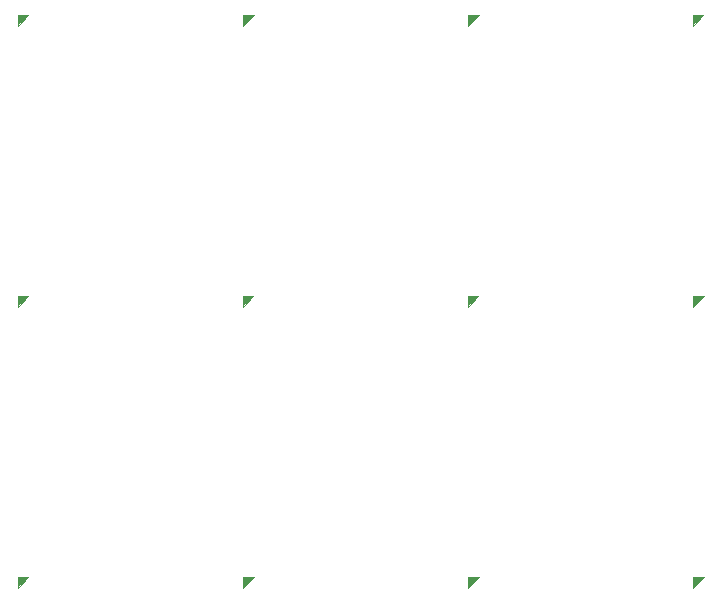
<source format=gbo>
G04 #@! TF.GenerationSoftware,KiCad,Pcbnew,(5.1.9)-1*
G04 #@! TF.CreationDate,2021-06-06T12:20:10+01:00*
G04 #@! TF.ProjectId,EnvMCRO,456e764d-4352-44f2-9e6b-696361645f70,rev?*
G04 #@! TF.SameCoordinates,Original*
G04 #@! TF.FileFunction,Legend,Bot*
G04 #@! TF.FilePolarity,Positive*
%FSLAX46Y46*%
G04 Gerber Fmt 4.6, Leading zero omitted, Abs format (unit mm)*
G04 Created by KiCad (PCBNEW (5.1.9)-1) date 2021-06-06 12:20:10*
%MOMM*%
%LPD*%
G01*
G04 APERTURE LIST*
%ADD10C,0.100000*%
%ADD11C,2.250000*%
%ADD12C,3.987800*%
%ADD13C,1.750000*%
%ADD14O,1.700000X1.700000*%
%ADD15R,1.700000X1.700000*%
%ADD16O,1.500000X1.500000*%
%ADD17O,1.800000X1.800000*%
%ADD18C,2.200000*%
%ADD19O,1.600000X1.600000*%
%ADD20R,1.600000X1.600000*%
G04 APERTURE END LIST*
D10*
G36*
X90200000Y-100130000D02*
G01*
X91100000Y-99230000D01*
X90200000Y-99230000D01*
X90200000Y-100130000D01*
G37*
X90200000Y-100130000D02*
X91100000Y-99230000D01*
X90200000Y-99230000D01*
X90200000Y-100130000D01*
G36*
X128300000Y-100130000D02*
G01*
X129200000Y-99230000D01*
X128300000Y-99230000D01*
X128300000Y-100130000D01*
G37*
X128300000Y-100130000D02*
X129200000Y-99230000D01*
X128300000Y-99230000D01*
X128300000Y-100130000D01*
G36*
X109250000Y-100130000D02*
G01*
X110150000Y-99230000D01*
X109250000Y-99230000D01*
X109250000Y-100130000D01*
G37*
X109250000Y-100130000D02*
X110150000Y-99230000D01*
X109250000Y-99230000D01*
X109250000Y-100130000D01*
G36*
X71135000Y-100140000D02*
G01*
X72035000Y-99240000D01*
X71135000Y-99240000D01*
X71135000Y-100140000D01*
G37*
X71135000Y-100140000D02*
X72035000Y-99240000D01*
X71135000Y-99240000D01*
X71135000Y-100140000D01*
G36*
X128300000Y-76330000D02*
G01*
X129200000Y-75430000D01*
X128300000Y-75430000D01*
X128300000Y-76330000D01*
G37*
X128300000Y-76330000D02*
X129200000Y-75430000D01*
X128300000Y-75430000D01*
X128300000Y-76330000D01*
G36*
X109235000Y-76327500D02*
G01*
X110135000Y-75427500D01*
X109235000Y-75427500D01*
X109235000Y-76327500D01*
G37*
X109235000Y-76327500D02*
X110135000Y-75427500D01*
X109235000Y-75427500D01*
X109235000Y-76327500D01*
G36*
X90185000Y-76327500D02*
G01*
X91085000Y-75427500D01*
X90185000Y-75427500D01*
X90185000Y-76327500D01*
G37*
X90185000Y-76327500D02*
X91085000Y-75427500D01*
X90185000Y-75427500D01*
X90185000Y-76327500D01*
G36*
X71135000Y-76327500D02*
G01*
X72035000Y-75427500D01*
X71135000Y-75427500D01*
X71135000Y-76327500D01*
G37*
X71135000Y-76327500D02*
X72035000Y-75427500D01*
X71135000Y-75427500D01*
X71135000Y-76327500D01*
G36*
X128285000Y-52515000D02*
G01*
X129185000Y-51615000D01*
X128285000Y-51615000D01*
X128285000Y-52515000D01*
G37*
X128285000Y-52515000D02*
X129185000Y-51615000D01*
X128285000Y-51615000D01*
X128285000Y-52515000D01*
G36*
X109250000Y-52530000D02*
G01*
X110150000Y-51630000D01*
X109250000Y-51630000D01*
X109250000Y-52530000D01*
G37*
X109250000Y-52530000D02*
X110150000Y-51630000D01*
X109250000Y-51630000D01*
X109250000Y-52530000D01*
G36*
X90200000Y-52530000D02*
G01*
X91100000Y-51630000D01*
X90200000Y-51630000D01*
X90200000Y-52530000D01*
G37*
X90200000Y-52530000D02*
X91100000Y-51630000D01*
X90200000Y-51630000D01*
X90200000Y-52530000D01*
G36*
X71135000Y-52530000D02*
G01*
X72035000Y-51630000D01*
X71135000Y-51630000D01*
X71135000Y-52530000D01*
G37*
X71135000Y-52530000D02*
X72035000Y-51630000D01*
X71135000Y-51630000D01*
X71135000Y-52530000D01*
%LPC*%
G36*
G01*
X97718000Y-102290000D02*
X96282000Y-102290000D01*
G75*
G02*
X96200000Y-102208000I0J82000D01*
G01*
X96200000Y-101552000D01*
G75*
G02*
X96282000Y-101470000I82000J0D01*
G01*
X97718000Y-101470000D01*
G75*
G02*
X97800000Y-101552000I0J-82000D01*
G01*
X97800000Y-102208000D01*
G75*
G02*
X97718000Y-102290000I-82000J0D01*
G01*
G37*
G36*
G01*
X97718000Y-100790000D02*
X96282000Y-100790000D01*
G75*
G02*
X96200000Y-100708000I0J82000D01*
G01*
X96200000Y-100052000D01*
G75*
G02*
X96282000Y-99970000I82000J0D01*
G01*
X97718000Y-99970000D01*
G75*
G02*
X97800000Y-100052000I0J-82000D01*
G01*
X97800000Y-100708000D01*
G75*
G02*
X97718000Y-100790000I-82000J0D01*
G01*
G37*
G36*
G01*
X92518000Y-102290000D02*
X91082000Y-102290000D01*
G75*
G02*
X91000000Y-102208000I0J82000D01*
G01*
X91000000Y-101552000D01*
G75*
G02*
X91082000Y-101470000I82000J0D01*
G01*
X92518000Y-101470000D01*
G75*
G02*
X92600000Y-101552000I0J-82000D01*
G01*
X92600000Y-102208000D01*
G75*
G02*
X92518000Y-102290000I-82000J0D01*
G01*
G37*
G36*
G01*
X92518000Y-100790000D02*
X91082000Y-100790000D01*
G75*
G02*
X91000000Y-100708000I0J82000D01*
G01*
X91000000Y-100052000D01*
G75*
G02*
X91082000Y-99970000I82000J0D01*
G01*
X92518000Y-99970000D01*
G75*
G02*
X92600000Y-100052000I0J-82000D01*
G01*
X92600000Y-100708000D01*
G75*
G02*
X92518000Y-100790000I-82000J0D01*
G01*
G37*
D11*
X135025000Y-90980000D03*
D12*
X132485000Y-96060000D03*
D11*
X128675000Y-93520000D03*
D13*
X127405000Y-96060000D03*
X137565000Y-96060000D03*
G36*
G01*
X130618000Y-100790000D02*
X129182000Y-100790000D01*
G75*
G02*
X129100000Y-100708000I0J82000D01*
G01*
X129100000Y-100052000D01*
G75*
G02*
X129182000Y-99970000I82000J0D01*
G01*
X130618000Y-99970000D01*
G75*
G02*
X130700000Y-100052000I0J-82000D01*
G01*
X130700000Y-100708000D01*
G75*
G02*
X130618000Y-100790000I-82000J0D01*
G01*
G37*
G36*
G01*
X130618000Y-102290000D02*
X129182000Y-102290000D01*
G75*
G02*
X129100000Y-102208000I0J82000D01*
G01*
X129100000Y-101552000D01*
G75*
G02*
X129182000Y-101470000I82000J0D01*
G01*
X130618000Y-101470000D01*
G75*
G02*
X130700000Y-101552000I0J-82000D01*
G01*
X130700000Y-102208000D01*
G75*
G02*
X130618000Y-102290000I-82000J0D01*
G01*
G37*
G36*
G01*
X135818000Y-100790000D02*
X134382000Y-100790000D01*
G75*
G02*
X134300000Y-100708000I0J82000D01*
G01*
X134300000Y-100052000D01*
G75*
G02*
X134382000Y-99970000I82000J0D01*
G01*
X135818000Y-99970000D01*
G75*
G02*
X135900000Y-100052000I0J-82000D01*
G01*
X135900000Y-100708000D01*
G75*
G02*
X135818000Y-100790000I-82000J0D01*
G01*
G37*
G36*
G01*
X135818000Y-102290000D02*
X134382000Y-102290000D01*
G75*
G02*
X134300000Y-102208000I0J82000D01*
G01*
X134300000Y-101552000D01*
G75*
G02*
X134382000Y-101470000I82000J0D01*
G01*
X135818000Y-101470000D01*
G75*
G02*
X135900000Y-101552000I0J-82000D01*
G01*
X135900000Y-102208000D01*
G75*
G02*
X135818000Y-102290000I-82000J0D01*
G01*
G37*
G36*
G01*
X111568000Y-100790000D02*
X110132000Y-100790000D01*
G75*
G02*
X110050000Y-100708000I0J82000D01*
G01*
X110050000Y-100052000D01*
G75*
G02*
X110132000Y-99970000I82000J0D01*
G01*
X111568000Y-99970000D01*
G75*
G02*
X111650000Y-100052000I0J-82000D01*
G01*
X111650000Y-100708000D01*
G75*
G02*
X111568000Y-100790000I-82000J0D01*
G01*
G37*
G36*
G01*
X111568000Y-102290000D02*
X110132000Y-102290000D01*
G75*
G02*
X110050000Y-102208000I0J82000D01*
G01*
X110050000Y-101552000D01*
G75*
G02*
X110132000Y-101470000I82000J0D01*
G01*
X111568000Y-101470000D01*
G75*
G02*
X111650000Y-101552000I0J-82000D01*
G01*
X111650000Y-102208000D01*
G75*
G02*
X111568000Y-102290000I-82000J0D01*
G01*
G37*
G36*
G01*
X116768000Y-100790000D02*
X115332000Y-100790000D01*
G75*
G02*
X115250000Y-100708000I0J82000D01*
G01*
X115250000Y-100052000D01*
G75*
G02*
X115332000Y-99970000I82000J0D01*
G01*
X116768000Y-99970000D01*
G75*
G02*
X116850000Y-100052000I0J-82000D01*
G01*
X116850000Y-100708000D01*
G75*
G02*
X116768000Y-100790000I-82000J0D01*
G01*
G37*
G36*
G01*
X116768000Y-102290000D02*
X115332000Y-102290000D01*
G75*
G02*
X115250000Y-102208000I0J82000D01*
G01*
X115250000Y-101552000D01*
G75*
G02*
X115332000Y-101470000I82000J0D01*
G01*
X116768000Y-101470000D01*
G75*
G02*
X116850000Y-101552000I0J-82000D01*
G01*
X116850000Y-102208000D01*
G75*
G02*
X116768000Y-102290000I-82000J0D01*
G01*
G37*
G36*
G01*
X73453000Y-100800000D02*
X72017000Y-100800000D01*
G75*
G02*
X71935000Y-100718000I0J82000D01*
G01*
X71935000Y-100062000D01*
G75*
G02*
X72017000Y-99980000I82000J0D01*
G01*
X73453000Y-99980000D01*
G75*
G02*
X73535000Y-100062000I0J-82000D01*
G01*
X73535000Y-100718000D01*
G75*
G02*
X73453000Y-100800000I-82000J0D01*
G01*
G37*
G36*
G01*
X73453000Y-102300000D02*
X72017000Y-102300000D01*
G75*
G02*
X71935000Y-102218000I0J82000D01*
G01*
X71935000Y-101562000D01*
G75*
G02*
X72017000Y-101480000I82000J0D01*
G01*
X73453000Y-101480000D01*
G75*
G02*
X73535000Y-101562000I0J-82000D01*
G01*
X73535000Y-102218000D01*
G75*
G02*
X73453000Y-102300000I-82000J0D01*
G01*
G37*
G36*
G01*
X78653000Y-100800000D02*
X77217000Y-100800000D01*
G75*
G02*
X77135000Y-100718000I0J82000D01*
G01*
X77135000Y-100062000D01*
G75*
G02*
X77217000Y-99980000I82000J0D01*
G01*
X78653000Y-99980000D01*
G75*
G02*
X78735000Y-100062000I0J-82000D01*
G01*
X78735000Y-100718000D01*
G75*
G02*
X78653000Y-100800000I-82000J0D01*
G01*
G37*
G36*
G01*
X78653000Y-102300000D02*
X77217000Y-102300000D01*
G75*
G02*
X77135000Y-102218000I0J82000D01*
G01*
X77135000Y-101562000D01*
G75*
G02*
X77217000Y-101480000I82000J0D01*
G01*
X78653000Y-101480000D01*
G75*
G02*
X78735000Y-101562000I0J-82000D01*
G01*
X78735000Y-102218000D01*
G75*
G02*
X78653000Y-102300000I-82000J0D01*
G01*
G37*
G36*
G01*
X130618000Y-76990000D02*
X129182000Y-76990000D01*
G75*
G02*
X129100000Y-76908000I0J82000D01*
G01*
X129100000Y-76252000D01*
G75*
G02*
X129182000Y-76170000I82000J0D01*
G01*
X130618000Y-76170000D01*
G75*
G02*
X130700000Y-76252000I0J-82000D01*
G01*
X130700000Y-76908000D01*
G75*
G02*
X130618000Y-76990000I-82000J0D01*
G01*
G37*
G36*
G01*
X130618000Y-78490000D02*
X129182000Y-78490000D01*
G75*
G02*
X129100000Y-78408000I0J82000D01*
G01*
X129100000Y-77752000D01*
G75*
G02*
X129182000Y-77670000I82000J0D01*
G01*
X130618000Y-77670000D01*
G75*
G02*
X130700000Y-77752000I0J-82000D01*
G01*
X130700000Y-78408000D01*
G75*
G02*
X130618000Y-78490000I-82000J0D01*
G01*
G37*
G36*
G01*
X135818000Y-76990000D02*
X134382000Y-76990000D01*
G75*
G02*
X134300000Y-76908000I0J82000D01*
G01*
X134300000Y-76252000D01*
G75*
G02*
X134382000Y-76170000I82000J0D01*
G01*
X135818000Y-76170000D01*
G75*
G02*
X135900000Y-76252000I0J-82000D01*
G01*
X135900000Y-76908000D01*
G75*
G02*
X135818000Y-76990000I-82000J0D01*
G01*
G37*
G36*
G01*
X135818000Y-78490000D02*
X134382000Y-78490000D01*
G75*
G02*
X134300000Y-78408000I0J82000D01*
G01*
X134300000Y-77752000D01*
G75*
G02*
X134382000Y-77670000I82000J0D01*
G01*
X135818000Y-77670000D01*
G75*
G02*
X135900000Y-77752000I0J-82000D01*
G01*
X135900000Y-78408000D01*
G75*
G02*
X135818000Y-78490000I-82000J0D01*
G01*
G37*
G36*
G01*
X111553000Y-76987500D02*
X110117000Y-76987500D01*
G75*
G02*
X110035000Y-76905500I0J82000D01*
G01*
X110035000Y-76249500D01*
G75*
G02*
X110117000Y-76167500I82000J0D01*
G01*
X111553000Y-76167500D01*
G75*
G02*
X111635000Y-76249500I0J-82000D01*
G01*
X111635000Y-76905500D01*
G75*
G02*
X111553000Y-76987500I-82000J0D01*
G01*
G37*
G36*
G01*
X111553000Y-78487500D02*
X110117000Y-78487500D01*
G75*
G02*
X110035000Y-78405500I0J82000D01*
G01*
X110035000Y-77749500D01*
G75*
G02*
X110117000Y-77667500I82000J0D01*
G01*
X111553000Y-77667500D01*
G75*
G02*
X111635000Y-77749500I0J-82000D01*
G01*
X111635000Y-78405500D01*
G75*
G02*
X111553000Y-78487500I-82000J0D01*
G01*
G37*
G36*
G01*
X116753000Y-76987500D02*
X115317000Y-76987500D01*
G75*
G02*
X115235000Y-76905500I0J82000D01*
G01*
X115235000Y-76249500D01*
G75*
G02*
X115317000Y-76167500I82000J0D01*
G01*
X116753000Y-76167500D01*
G75*
G02*
X116835000Y-76249500I0J-82000D01*
G01*
X116835000Y-76905500D01*
G75*
G02*
X116753000Y-76987500I-82000J0D01*
G01*
G37*
G36*
G01*
X116753000Y-78487500D02*
X115317000Y-78487500D01*
G75*
G02*
X115235000Y-78405500I0J82000D01*
G01*
X115235000Y-77749500D01*
G75*
G02*
X115317000Y-77667500I82000J0D01*
G01*
X116753000Y-77667500D01*
G75*
G02*
X116835000Y-77749500I0J-82000D01*
G01*
X116835000Y-78405500D01*
G75*
G02*
X116753000Y-78487500I-82000J0D01*
G01*
G37*
G36*
G01*
X92503000Y-76987500D02*
X91067000Y-76987500D01*
G75*
G02*
X90985000Y-76905500I0J82000D01*
G01*
X90985000Y-76249500D01*
G75*
G02*
X91067000Y-76167500I82000J0D01*
G01*
X92503000Y-76167500D01*
G75*
G02*
X92585000Y-76249500I0J-82000D01*
G01*
X92585000Y-76905500D01*
G75*
G02*
X92503000Y-76987500I-82000J0D01*
G01*
G37*
G36*
G01*
X92503000Y-78487500D02*
X91067000Y-78487500D01*
G75*
G02*
X90985000Y-78405500I0J82000D01*
G01*
X90985000Y-77749500D01*
G75*
G02*
X91067000Y-77667500I82000J0D01*
G01*
X92503000Y-77667500D01*
G75*
G02*
X92585000Y-77749500I0J-82000D01*
G01*
X92585000Y-78405500D01*
G75*
G02*
X92503000Y-78487500I-82000J0D01*
G01*
G37*
G36*
G01*
X97703000Y-76987500D02*
X96267000Y-76987500D01*
G75*
G02*
X96185000Y-76905500I0J82000D01*
G01*
X96185000Y-76249500D01*
G75*
G02*
X96267000Y-76167500I82000J0D01*
G01*
X97703000Y-76167500D01*
G75*
G02*
X97785000Y-76249500I0J-82000D01*
G01*
X97785000Y-76905500D01*
G75*
G02*
X97703000Y-76987500I-82000J0D01*
G01*
G37*
G36*
G01*
X97703000Y-78487500D02*
X96267000Y-78487500D01*
G75*
G02*
X96185000Y-78405500I0J82000D01*
G01*
X96185000Y-77749500D01*
G75*
G02*
X96267000Y-77667500I82000J0D01*
G01*
X97703000Y-77667500D01*
G75*
G02*
X97785000Y-77749500I0J-82000D01*
G01*
X97785000Y-78405500D01*
G75*
G02*
X97703000Y-78487500I-82000J0D01*
G01*
G37*
G36*
G01*
X73453000Y-76987500D02*
X72017000Y-76987500D01*
G75*
G02*
X71935000Y-76905500I0J82000D01*
G01*
X71935000Y-76249500D01*
G75*
G02*
X72017000Y-76167500I82000J0D01*
G01*
X73453000Y-76167500D01*
G75*
G02*
X73535000Y-76249500I0J-82000D01*
G01*
X73535000Y-76905500D01*
G75*
G02*
X73453000Y-76987500I-82000J0D01*
G01*
G37*
G36*
G01*
X73453000Y-78487500D02*
X72017000Y-78487500D01*
G75*
G02*
X71935000Y-78405500I0J82000D01*
G01*
X71935000Y-77749500D01*
G75*
G02*
X72017000Y-77667500I82000J0D01*
G01*
X73453000Y-77667500D01*
G75*
G02*
X73535000Y-77749500I0J-82000D01*
G01*
X73535000Y-78405500D01*
G75*
G02*
X73453000Y-78487500I-82000J0D01*
G01*
G37*
G36*
G01*
X78653000Y-76987500D02*
X77217000Y-76987500D01*
G75*
G02*
X77135000Y-76905500I0J82000D01*
G01*
X77135000Y-76249500D01*
G75*
G02*
X77217000Y-76167500I82000J0D01*
G01*
X78653000Y-76167500D01*
G75*
G02*
X78735000Y-76249500I0J-82000D01*
G01*
X78735000Y-76905500D01*
G75*
G02*
X78653000Y-76987500I-82000J0D01*
G01*
G37*
G36*
G01*
X78653000Y-78487500D02*
X77217000Y-78487500D01*
G75*
G02*
X77135000Y-78405500I0J82000D01*
G01*
X77135000Y-77749500D01*
G75*
G02*
X77217000Y-77667500I82000J0D01*
G01*
X78653000Y-77667500D01*
G75*
G02*
X78735000Y-77749500I0J-82000D01*
G01*
X78735000Y-78405500D01*
G75*
G02*
X78653000Y-78487500I-82000J0D01*
G01*
G37*
G36*
G01*
X130603000Y-53175000D02*
X129167000Y-53175000D01*
G75*
G02*
X129085000Y-53093000I0J82000D01*
G01*
X129085000Y-52437000D01*
G75*
G02*
X129167000Y-52355000I82000J0D01*
G01*
X130603000Y-52355000D01*
G75*
G02*
X130685000Y-52437000I0J-82000D01*
G01*
X130685000Y-53093000D01*
G75*
G02*
X130603000Y-53175000I-82000J0D01*
G01*
G37*
G36*
G01*
X130603000Y-54675000D02*
X129167000Y-54675000D01*
G75*
G02*
X129085000Y-54593000I0J82000D01*
G01*
X129085000Y-53937000D01*
G75*
G02*
X129167000Y-53855000I82000J0D01*
G01*
X130603000Y-53855000D01*
G75*
G02*
X130685000Y-53937000I0J-82000D01*
G01*
X130685000Y-54593000D01*
G75*
G02*
X130603000Y-54675000I-82000J0D01*
G01*
G37*
G36*
G01*
X135803000Y-53175000D02*
X134367000Y-53175000D01*
G75*
G02*
X134285000Y-53093000I0J82000D01*
G01*
X134285000Y-52437000D01*
G75*
G02*
X134367000Y-52355000I82000J0D01*
G01*
X135803000Y-52355000D01*
G75*
G02*
X135885000Y-52437000I0J-82000D01*
G01*
X135885000Y-53093000D01*
G75*
G02*
X135803000Y-53175000I-82000J0D01*
G01*
G37*
G36*
G01*
X135803000Y-54675000D02*
X134367000Y-54675000D01*
G75*
G02*
X134285000Y-54593000I0J82000D01*
G01*
X134285000Y-53937000D01*
G75*
G02*
X134367000Y-53855000I82000J0D01*
G01*
X135803000Y-53855000D01*
G75*
G02*
X135885000Y-53937000I0J-82000D01*
G01*
X135885000Y-54593000D01*
G75*
G02*
X135803000Y-54675000I-82000J0D01*
G01*
G37*
G36*
G01*
X111568000Y-53190000D02*
X110132000Y-53190000D01*
G75*
G02*
X110050000Y-53108000I0J82000D01*
G01*
X110050000Y-52452000D01*
G75*
G02*
X110132000Y-52370000I82000J0D01*
G01*
X111568000Y-52370000D01*
G75*
G02*
X111650000Y-52452000I0J-82000D01*
G01*
X111650000Y-53108000D01*
G75*
G02*
X111568000Y-53190000I-82000J0D01*
G01*
G37*
G36*
G01*
X111568000Y-54690000D02*
X110132000Y-54690000D01*
G75*
G02*
X110050000Y-54608000I0J82000D01*
G01*
X110050000Y-53952000D01*
G75*
G02*
X110132000Y-53870000I82000J0D01*
G01*
X111568000Y-53870000D01*
G75*
G02*
X111650000Y-53952000I0J-82000D01*
G01*
X111650000Y-54608000D01*
G75*
G02*
X111568000Y-54690000I-82000J0D01*
G01*
G37*
G36*
G01*
X116768000Y-53190000D02*
X115332000Y-53190000D01*
G75*
G02*
X115250000Y-53108000I0J82000D01*
G01*
X115250000Y-52452000D01*
G75*
G02*
X115332000Y-52370000I82000J0D01*
G01*
X116768000Y-52370000D01*
G75*
G02*
X116850000Y-52452000I0J-82000D01*
G01*
X116850000Y-53108000D01*
G75*
G02*
X116768000Y-53190000I-82000J0D01*
G01*
G37*
G36*
G01*
X116768000Y-54690000D02*
X115332000Y-54690000D01*
G75*
G02*
X115250000Y-54608000I0J82000D01*
G01*
X115250000Y-53952000D01*
G75*
G02*
X115332000Y-53870000I82000J0D01*
G01*
X116768000Y-53870000D01*
G75*
G02*
X116850000Y-53952000I0J-82000D01*
G01*
X116850000Y-54608000D01*
G75*
G02*
X116768000Y-54690000I-82000J0D01*
G01*
G37*
G36*
G01*
X92518000Y-53190000D02*
X91082000Y-53190000D01*
G75*
G02*
X91000000Y-53108000I0J82000D01*
G01*
X91000000Y-52452000D01*
G75*
G02*
X91082000Y-52370000I82000J0D01*
G01*
X92518000Y-52370000D01*
G75*
G02*
X92600000Y-52452000I0J-82000D01*
G01*
X92600000Y-53108000D01*
G75*
G02*
X92518000Y-53190000I-82000J0D01*
G01*
G37*
G36*
G01*
X92518000Y-54690000D02*
X91082000Y-54690000D01*
G75*
G02*
X91000000Y-54608000I0J82000D01*
G01*
X91000000Y-53952000D01*
G75*
G02*
X91082000Y-53870000I82000J0D01*
G01*
X92518000Y-53870000D01*
G75*
G02*
X92600000Y-53952000I0J-82000D01*
G01*
X92600000Y-54608000D01*
G75*
G02*
X92518000Y-54690000I-82000J0D01*
G01*
G37*
G36*
G01*
X97718000Y-53190000D02*
X96282000Y-53190000D01*
G75*
G02*
X96200000Y-53108000I0J82000D01*
G01*
X96200000Y-52452000D01*
G75*
G02*
X96282000Y-52370000I82000J0D01*
G01*
X97718000Y-52370000D01*
G75*
G02*
X97800000Y-52452000I0J-82000D01*
G01*
X97800000Y-53108000D01*
G75*
G02*
X97718000Y-53190000I-82000J0D01*
G01*
G37*
G36*
G01*
X97718000Y-54690000D02*
X96282000Y-54690000D01*
G75*
G02*
X96200000Y-54608000I0J82000D01*
G01*
X96200000Y-53952000D01*
G75*
G02*
X96282000Y-53870000I82000J0D01*
G01*
X97718000Y-53870000D01*
G75*
G02*
X97800000Y-53952000I0J-82000D01*
G01*
X97800000Y-54608000D01*
G75*
G02*
X97718000Y-54690000I-82000J0D01*
G01*
G37*
G36*
G01*
X73453000Y-53190000D02*
X72017000Y-53190000D01*
G75*
G02*
X71935000Y-53108000I0J82000D01*
G01*
X71935000Y-52452000D01*
G75*
G02*
X72017000Y-52370000I82000J0D01*
G01*
X73453000Y-52370000D01*
G75*
G02*
X73535000Y-52452000I0J-82000D01*
G01*
X73535000Y-53108000D01*
G75*
G02*
X73453000Y-53190000I-82000J0D01*
G01*
G37*
G36*
G01*
X73453000Y-54690000D02*
X72017000Y-54690000D01*
G75*
G02*
X71935000Y-54608000I0J82000D01*
G01*
X71935000Y-53952000D01*
G75*
G02*
X72017000Y-53870000I82000J0D01*
G01*
X73453000Y-53870000D01*
G75*
G02*
X73535000Y-53952000I0J-82000D01*
G01*
X73535000Y-54608000D01*
G75*
G02*
X73453000Y-54690000I-82000J0D01*
G01*
G37*
G36*
G01*
X78653000Y-53190000D02*
X77217000Y-53190000D01*
G75*
G02*
X77135000Y-53108000I0J82000D01*
G01*
X77135000Y-52452000D01*
G75*
G02*
X77217000Y-52370000I82000J0D01*
G01*
X78653000Y-52370000D01*
G75*
G02*
X78735000Y-52452000I0J-82000D01*
G01*
X78735000Y-53108000D01*
G75*
G02*
X78653000Y-53190000I-82000J0D01*
G01*
G37*
G36*
G01*
X78653000Y-54690000D02*
X77217000Y-54690000D01*
G75*
G02*
X77135000Y-54608000I0J82000D01*
G01*
X77135000Y-53952000D01*
G75*
G02*
X77217000Y-53870000I82000J0D01*
G01*
X78653000Y-53870000D01*
G75*
G02*
X78735000Y-53952000I0J-82000D01*
G01*
X78735000Y-54608000D01*
G75*
G02*
X78653000Y-54690000I-82000J0D01*
G01*
G37*
D14*
X158640000Y-88300000D03*
D15*
X156100000Y-88300000D03*
D14*
X153560000Y-88300000D03*
D16*
X158525000Y-43430000D03*
X153675000Y-43430000D03*
D17*
X158825000Y-40400000D03*
X153375000Y-40400000D03*
D14*
X164990000Y-40270000D03*
X164990000Y-42810000D03*
D15*
X164990000Y-45350000D03*
D14*
X164990000Y-47890000D03*
X164990000Y-50430000D03*
X164990000Y-52970000D03*
X164990000Y-55510000D03*
D15*
X164990000Y-58050000D03*
D14*
X164990000Y-60590000D03*
X164990000Y-63130000D03*
X164990000Y-65670000D03*
X164990000Y-68210000D03*
D15*
X164990000Y-70750000D03*
D14*
X164990000Y-73290000D03*
X164990000Y-75830000D03*
X164990000Y-78370000D03*
X164990000Y-80910000D03*
D15*
X164990000Y-83450000D03*
D14*
X164990000Y-85990000D03*
X164990000Y-88530000D03*
X147210000Y-88530000D03*
X147210000Y-85990000D03*
D15*
X147210000Y-83450000D03*
D14*
X147210000Y-80910000D03*
X147210000Y-78370000D03*
X147210000Y-75830000D03*
X147210000Y-73290000D03*
D15*
X147210000Y-70750000D03*
D14*
X147210000Y-68210000D03*
X147210000Y-65670000D03*
X147210000Y-63130000D03*
X147210000Y-60590000D03*
D15*
X147210000Y-58050000D03*
D14*
X147210000Y-55510000D03*
X147210000Y-52970000D03*
X147210000Y-50430000D03*
X147210000Y-47890000D03*
D15*
X147210000Y-45350000D03*
D14*
X147210000Y-42810000D03*
X147210000Y-40270000D03*
D18*
X170500000Y-106000000D03*
X65900000Y-41300000D03*
X65900000Y-106000000D03*
X170500000Y-41300000D03*
D11*
X115975000Y-43355000D03*
D12*
X113435000Y-48435000D03*
D11*
X109625000Y-45895000D03*
D13*
X108355000Y-48435000D03*
X118515000Y-48435000D03*
D11*
X77875000Y-43355000D03*
D12*
X75335000Y-48435000D03*
D11*
X71525000Y-45895000D03*
D13*
X70255000Y-48435000D03*
X80415000Y-48435000D03*
D19*
X141010000Y-88940000D03*
D20*
X141010000Y-96560000D03*
D19*
X121960000Y-88940000D03*
D20*
X121960000Y-96560000D03*
D19*
X102910000Y-88940000D03*
D20*
X102910000Y-96560000D03*
D19*
X83860000Y-88940000D03*
D20*
X83860000Y-96560000D03*
D19*
X141010000Y-65527500D03*
D20*
X141010000Y-73147500D03*
D19*
X121960000Y-65127500D03*
D20*
X121960000Y-72747500D03*
D19*
X102910000Y-65127500D03*
D20*
X102910000Y-72747500D03*
D19*
X83860000Y-65127500D03*
D20*
X83860000Y-72747500D03*
D19*
X141010000Y-41315000D03*
D20*
X141010000Y-48935000D03*
D19*
X121960000Y-41315000D03*
D20*
X121960000Y-48935000D03*
D19*
X102910000Y-41315000D03*
D20*
X102910000Y-48935000D03*
D19*
X83860000Y-41315000D03*
D20*
X83860000Y-48935000D03*
D11*
X115975000Y-90980000D03*
D12*
X113435000Y-96060000D03*
D11*
X109625000Y-93520000D03*
D13*
X108355000Y-96060000D03*
X118515000Y-96060000D03*
D11*
X96925000Y-90980000D03*
D12*
X94385000Y-96060000D03*
D11*
X90575000Y-93520000D03*
D13*
X89305000Y-96060000D03*
X99465000Y-96060000D03*
D11*
X77875000Y-90980000D03*
D12*
X75335000Y-96060000D03*
D11*
X71525000Y-93520000D03*
D13*
X70255000Y-96060000D03*
X80415000Y-96060000D03*
D11*
X135025000Y-67167500D03*
D12*
X132485000Y-72247500D03*
D11*
X128675000Y-69707500D03*
D13*
X127405000Y-72247500D03*
X137565000Y-72247500D03*
D11*
X115975000Y-67167500D03*
D12*
X113435000Y-72247500D03*
D11*
X109625000Y-69707500D03*
D13*
X108355000Y-72247500D03*
X118515000Y-72247500D03*
D11*
X96925000Y-67167500D03*
D12*
X94385000Y-72247500D03*
D11*
X90575000Y-69707500D03*
D13*
X89305000Y-72247500D03*
X99465000Y-72247500D03*
D11*
X77875000Y-67167500D03*
D12*
X75335000Y-72247500D03*
D11*
X71525000Y-69707500D03*
D13*
X70255000Y-72247500D03*
X80415000Y-72247500D03*
D11*
X135025000Y-43355000D03*
D12*
X132485000Y-48435000D03*
D11*
X128675000Y-45895000D03*
D13*
X127405000Y-48435000D03*
X137565000Y-48435000D03*
D11*
X96925000Y-43355000D03*
D12*
X94385000Y-48435000D03*
D11*
X90575000Y-45895000D03*
D13*
X89305000Y-48435000D03*
X99465000Y-48435000D03*
M02*

</source>
